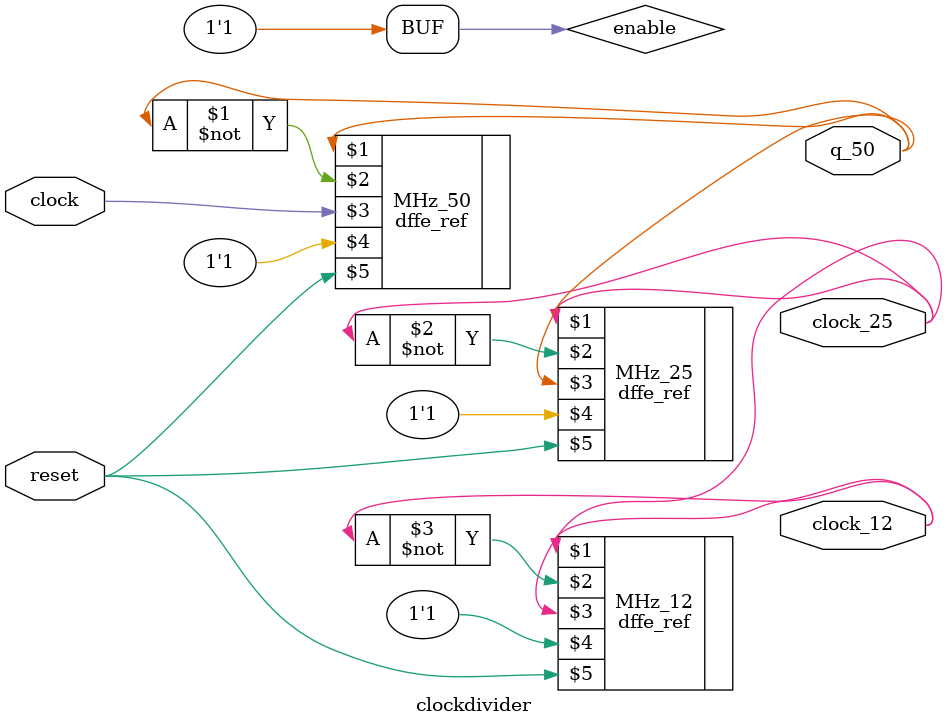
<source format=v>
module clockdivider(
	input clock,
	input reset,
	output q_50,
	output clock_25,
	output clock_12
);

wire enable = 1'b1;
//wire q_50;
dffe_ref MHz_50 (q_50,~q_50,clock,enable,reset);
dffe_ref MHz_25 (clock_25,~clock_25,q_50,enable,reset);
dffe_ref MHz_12 (clock_12,~clock_12,clock_25,enable,reset);
endmodule

</source>
